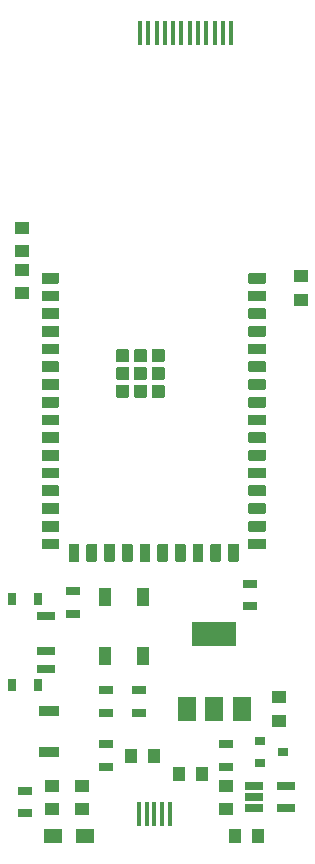
<source format=gbr>
%TF.GenerationSoftware,KiCad,Pcbnew,(5.1.6)-1*%
%TF.CreationDate,2020-08-18T23:06:57+02:00*%
%TF.ProjectId,ESP32-S2-WROOM,45535033-322d-4533-922d-57524f4f4d2e,1.2*%
%TF.SameCoordinates,Original*%
%TF.FileFunction,Paste,Top*%
%TF.FilePolarity,Positive*%
%FSLAX46Y46*%
G04 Gerber Fmt 4.6, Leading zero omitted, Abs format (unit mm)*
G04 Created by KiCad (PCBNEW (5.1.6)-1) date 2020-08-18 23:06:57*
%MOMM*%
%LPD*%
G01*
G04 APERTURE LIST*
%ADD10R,1.250000X1.000000*%
%ADD11R,0.400000X2.000000*%
%ADD12R,1.300000X0.700000*%
%ADD13R,1.700000X0.900000*%
%ADD14R,0.800000X1.000000*%
%ADD15R,1.500000X0.700000*%
%ADD16R,1.500000X2.000000*%
%ADD17R,3.800000X2.000000*%
%ADD18R,1.000000X1.250000*%
%ADD19R,1.000000X1.600000*%
%ADD20R,0.900000X0.800000*%
%ADD21R,1.500000X1.300000*%
%ADD22R,1.560000X0.650000*%
%ADD23R,0.350000X2.000000*%
G04 APERTURE END LIST*
D10*
%TO.C,C1*%
X102616000Y-121428000D03*
X102616000Y-123428000D03*
%TD*%
%TO.C,C2*%
X90424000Y-121428000D03*
X90424000Y-123428000D03*
%TD*%
%TO.C,C3*%
X85344000Y-76184000D03*
X85344000Y-74184000D03*
%TD*%
%TO.C,C4*%
X85344000Y-79740000D03*
X85344000Y-77740000D03*
%TD*%
%TO.C,C5*%
X87884000Y-121428000D03*
X87884000Y-123428000D03*
%TD*%
%TO.C,C6*%
X108902000Y-80311500D03*
X108902000Y-78311500D03*
%TD*%
D11*
%TO.C,J1*%
X95229680Y-123802140D03*
X95862140Y-123802140D03*
X96507300Y-123794520D03*
X97165160Y-123807220D03*
X97815400Y-123807220D03*
%TD*%
D12*
%TO.C,R1*%
X102616000Y-117922000D03*
X102616000Y-119822000D03*
%TD*%
%TO.C,R2*%
X92456000Y-117922000D03*
X92456000Y-119822000D03*
%TD*%
%TO.C,R3*%
X95250000Y-113350000D03*
X95250000Y-115250000D03*
%TD*%
%TO.C,R4*%
X92456000Y-113350000D03*
X92456000Y-115250000D03*
%TD*%
D13*
%TO.C,SW1*%
X87630000Y-115140000D03*
X87630000Y-118540000D03*
%TD*%
D14*
%TO.C,SW2*%
X86695500Y-105634000D03*
X86695500Y-112934000D03*
X84485500Y-112934000D03*
X84485500Y-105634000D03*
D15*
X87345500Y-111534000D03*
X87345500Y-110034000D03*
X87345500Y-107034000D03*
%TD*%
D16*
%TO.C,U1*%
X99300000Y-114910000D03*
X103900000Y-114910000D03*
X101600000Y-114910000D03*
D17*
X101600000Y-108610000D03*
%TD*%
%TO.C,U2*%
G36*
G01*
X86970000Y-78838900D02*
X86970000Y-78081100D01*
G75*
G02*
X87041100Y-78010000I71100J0D01*
G01*
X88398900Y-78010000D01*
G75*
G02*
X88470000Y-78081100I0J-71100D01*
G01*
X88470000Y-78838900D01*
G75*
G02*
X88398900Y-78910000I-71100J0D01*
G01*
X87041100Y-78910000D01*
G75*
G02*
X86970000Y-78838900I0J71100D01*
G01*
G37*
G36*
G01*
X86970000Y-80338900D02*
X86970000Y-79581100D01*
G75*
G02*
X87041100Y-79510000I71100J0D01*
G01*
X88398900Y-79510000D01*
G75*
G02*
X88470000Y-79581100I0J-71100D01*
G01*
X88470000Y-80338900D01*
G75*
G02*
X88398900Y-80410000I-71100J0D01*
G01*
X87041100Y-80410000D01*
G75*
G02*
X86970000Y-80338900I0J71100D01*
G01*
G37*
G36*
G01*
X86970000Y-81838900D02*
X86970000Y-81081100D01*
G75*
G02*
X87041100Y-81010000I71100J0D01*
G01*
X88398900Y-81010000D01*
G75*
G02*
X88470000Y-81081100I0J-71100D01*
G01*
X88470000Y-81838900D01*
G75*
G02*
X88398900Y-81910000I-71100J0D01*
G01*
X87041100Y-81910000D01*
G75*
G02*
X86970000Y-81838900I0J71100D01*
G01*
G37*
G36*
G01*
X86970000Y-83338900D02*
X86970000Y-82581100D01*
G75*
G02*
X87041100Y-82510000I71100J0D01*
G01*
X88398900Y-82510000D01*
G75*
G02*
X88470000Y-82581100I0J-71100D01*
G01*
X88470000Y-83338900D01*
G75*
G02*
X88398900Y-83410000I-71100J0D01*
G01*
X87041100Y-83410000D01*
G75*
G02*
X86970000Y-83338900I0J71100D01*
G01*
G37*
G36*
G01*
X86970000Y-84838900D02*
X86970000Y-84081100D01*
G75*
G02*
X87041100Y-84010000I71100J0D01*
G01*
X88398900Y-84010000D01*
G75*
G02*
X88470000Y-84081100I0J-71100D01*
G01*
X88470000Y-84838900D01*
G75*
G02*
X88398900Y-84910000I-71100J0D01*
G01*
X87041100Y-84910000D01*
G75*
G02*
X86970000Y-84838900I0J71100D01*
G01*
G37*
G36*
G01*
X86970000Y-86338900D02*
X86970000Y-85581100D01*
G75*
G02*
X87041100Y-85510000I71100J0D01*
G01*
X88398900Y-85510000D01*
G75*
G02*
X88470000Y-85581100I0J-71100D01*
G01*
X88470000Y-86338900D01*
G75*
G02*
X88398900Y-86410000I-71100J0D01*
G01*
X87041100Y-86410000D01*
G75*
G02*
X86970000Y-86338900I0J71100D01*
G01*
G37*
G36*
G01*
X86970000Y-87838900D02*
X86970000Y-87081100D01*
G75*
G02*
X87041100Y-87010000I71100J0D01*
G01*
X88398900Y-87010000D01*
G75*
G02*
X88470000Y-87081100I0J-71100D01*
G01*
X88470000Y-87838900D01*
G75*
G02*
X88398900Y-87910000I-71100J0D01*
G01*
X87041100Y-87910000D01*
G75*
G02*
X86970000Y-87838900I0J71100D01*
G01*
G37*
G36*
G01*
X86970000Y-89338900D02*
X86970000Y-88581100D01*
G75*
G02*
X87041100Y-88510000I71100J0D01*
G01*
X88398900Y-88510000D01*
G75*
G02*
X88470000Y-88581100I0J-71100D01*
G01*
X88470000Y-89338900D01*
G75*
G02*
X88398900Y-89410000I-71100J0D01*
G01*
X87041100Y-89410000D01*
G75*
G02*
X86970000Y-89338900I0J71100D01*
G01*
G37*
G36*
G01*
X86970000Y-90838900D02*
X86970000Y-90081100D01*
G75*
G02*
X87041100Y-90010000I71100J0D01*
G01*
X88398900Y-90010000D01*
G75*
G02*
X88470000Y-90081100I0J-71100D01*
G01*
X88470000Y-90838900D01*
G75*
G02*
X88398900Y-90910000I-71100J0D01*
G01*
X87041100Y-90910000D01*
G75*
G02*
X86970000Y-90838900I0J71100D01*
G01*
G37*
G36*
G01*
X86970000Y-92338900D02*
X86970000Y-91581100D01*
G75*
G02*
X87041100Y-91510000I71100J0D01*
G01*
X88398900Y-91510000D01*
G75*
G02*
X88470000Y-91581100I0J-71100D01*
G01*
X88470000Y-92338900D01*
G75*
G02*
X88398900Y-92410000I-71100J0D01*
G01*
X87041100Y-92410000D01*
G75*
G02*
X86970000Y-92338900I0J71100D01*
G01*
G37*
G36*
G01*
X86970000Y-93838900D02*
X86970000Y-93081100D01*
G75*
G02*
X87041100Y-93010000I71100J0D01*
G01*
X88398900Y-93010000D01*
G75*
G02*
X88470000Y-93081100I0J-71100D01*
G01*
X88470000Y-93838900D01*
G75*
G02*
X88398900Y-93910000I-71100J0D01*
G01*
X87041100Y-93910000D01*
G75*
G02*
X86970000Y-93838900I0J71100D01*
G01*
G37*
G36*
G01*
X86970000Y-95338900D02*
X86970000Y-94581100D01*
G75*
G02*
X87041100Y-94510000I71100J0D01*
G01*
X88398900Y-94510000D01*
G75*
G02*
X88470000Y-94581100I0J-71100D01*
G01*
X88470000Y-95338900D01*
G75*
G02*
X88398900Y-95410000I-71100J0D01*
G01*
X87041100Y-95410000D01*
G75*
G02*
X86970000Y-95338900I0J71100D01*
G01*
G37*
G36*
G01*
X86970000Y-96838900D02*
X86970000Y-96081100D01*
G75*
G02*
X87041100Y-96010000I71100J0D01*
G01*
X88398900Y-96010000D01*
G75*
G02*
X88470000Y-96081100I0J-71100D01*
G01*
X88470000Y-96838900D01*
G75*
G02*
X88398900Y-96910000I-71100J0D01*
G01*
X87041100Y-96910000D01*
G75*
G02*
X86970000Y-96838900I0J71100D01*
G01*
G37*
G36*
G01*
X86970000Y-98338900D02*
X86970000Y-97581100D01*
G75*
G02*
X87041100Y-97510000I71100J0D01*
G01*
X88398900Y-97510000D01*
G75*
G02*
X88470000Y-97581100I0J-71100D01*
G01*
X88470000Y-98338900D01*
G75*
G02*
X88398900Y-98410000I-71100J0D01*
G01*
X87041100Y-98410000D01*
G75*
G02*
X86970000Y-98338900I0J71100D01*
G01*
G37*
G36*
G01*
X86970000Y-99838900D02*
X86970000Y-99081100D01*
G75*
G02*
X87041100Y-99010000I71100J0D01*
G01*
X88398900Y-99010000D01*
G75*
G02*
X88470000Y-99081100I0J-71100D01*
G01*
X88470000Y-99838900D01*
G75*
G02*
X88398900Y-99910000I-71100J0D01*
G01*
X87041100Y-99910000D01*
G75*
G02*
X86970000Y-99838900I0J71100D01*
G01*
G37*
G36*
G01*
X86970000Y-101338900D02*
X86970000Y-100581100D01*
G75*
G02*
X87041100Y-100510000I71100J0D01*
G01*
X88398900Y-100510000D01*
G75*
G02*
X88470000Y-100581100I0J-71100D01*
G01*
X88470000Y-101338900D01*
G75*
G02*
X88398900Y-101410000I-71100J0D01*
G01*
X87041100Y-101410000D01*
G75*
G02*
X86970000Y-101338900I0J71100D01*
G01*
G37*
G36*
G01*
X90098900Y-102460000D02*
X89341100Y-102460000D01*
G75*
G02*
X89270000Y-102388900I0J71100D01*
G01*
X89270000Y-101031100D01*
G75*
G02*
X89341100Y-100960000I71100J0D01*
G01*
X90098900Y-100960000D01*
G75*
G02*
X90170000Y-101031100I0J-71100D01*
G01*
X90170000Y-102388900D01*
G75*
G02*
X90098900Y-102460000I-71100J0D01*
G01*
G37*
G36*
G01*
X91598900Y-102460000D02*
X90841100Y-102460000D01*
G75*
G02*
X90770000Y-102388900I0J71100D01*
G01*
X90770000Y-101031100D01*
G75*
G02*
X90841100Y-100960000I71100J0D01*
G01*
X91598900Y-100960000D01*
G75*
G02*
X91670000Y-101031100I0J-71100D01*
G01*
X91670000Y-102388900D01*
G75*
G02*
X91598900Y-102460000I-71100J0D01*
G01*
G37*
G36*
G01*
X93098900Y-102460000D02*
X92341100Y-102460000D01*
G75*
G02*
X92270000Y-102388900I0J71100D01*
G01*
X92270000Y-101031100D01*
G75*
G02*
X92341100Y-100960000I71100J0D01*
G01*
X93098900Y-100960000D01*
G75*
G02*
X93170000Y-101031100I0J-71100D01*
G01*
X93170000Y-102388900D01*
G75*
G02*
X93098900Y-102460000I-71100J0D01*
G01*
G37*
G36*
G01*
X94598900Y-102460000D02*
X93841100Y-102460000D01*
G75*
G02*
X93770000Y-102388900I0J71100D01*
G01*
X93770000Y-101031100D01*
G75*
G02*
X93841100Y-100960000I71100J0D01*
G01*
X94598900Y-100960000D01*
G75*
G02*
X94670000Y-101031100I0J-71100D01*
G01*
X94670000Y-102388900D01*
G75*
G02*
X94598900Y-102460000I-71100J0D01*
G01*
G37*
G36*
G01*
X96098900Y-102460000D02*
X95341100Y-102460000D01*
G75*
G02*
X95270000Y-102388900I0J71100D01*
G01*
X95270000Y-101031100D01*
G75*
G02*
X95341100Y-100960000I71100J0D01*
G01*
X96098900Y-100960000D01*
G75*
G02*
X96170000Y-101031100I0J-71100D01*
G01*
X96170000Y-102388900D01*
G75*
G02*
X96098900Y-102460000I-71100J0D01*
G01*
G37*
G36*
G01*
X97598900Y-102460000D02*
X96841100Y-102460000D01*
G75*
G02*
X96770000Y-102388900I0J71100D01*
G01*
X96770000Y-101031100D01*
G75*
G02*
X96841100Y-100960000I71100J0D01*
G01*
X97598900Y-100960000D01*
G75*
G02*
X97670000Y-101031100I0J-71100D01*
G01*
X97670000Y-102388900D01*
G75*
G02*
X97598900Y-102460000I-71100J0D01*
G01*
G37*
G36*
G01*
X99098900Y-102460000D02*
X98341100Y-102460000D01*
G75*
G02*
X98270000Y-102388900I0J71100D01*
G01*
X98270000Y-101031100D01*
G75*
G02*
X98341100Y-100960000I71100J0D01*
G01*
X99098900Y-100960000D01*
G75*
G02*
X99170000Y-101031100I0J-71100D01*
G01*
X99170000Y-102388900D01*
G75*
G02*
X99098900Y-102460000I-71100J0D01*
G01*
G37*
G36*
G01*
X100598900Y-102460000D02*
X99841100Y-102460000D01*
G75*
G02*
X99770000Y-102388900I0J71100D01*
G01*
X99770000Y-101031100D01*
G75*
G02*
X99841100Y-100960000I71100J0D01*
G01*
X100598900Y-100960000D01*
G75*
G02*
X100670000Y-101031100I0J-71100D01*
G01*
X100670000Y-102388900D01*
G75*
G02*
X100598900Y-102460000I-71100J0D01*
G01*
G37*
G36*
G01*
X102098900Y-102460000D02*
X101341100Y-102460000D01*
G75*
G02*
X101270000Y-102388900I0J71100D01*
G01*
X101270000Y-101031100D01*
G75*
G02*
X101341100Y-100960000I71100J0D01*
G01*
X102098900Y-100960000D01*
G75*
G02*
X102170000Y-101031100I0J-71100D01*
G01*
X102170000Y-102388900D01*
G75*
G02*
X102098900Y-102460000I-71100J0D01*
G01*
G37*
G36*
G01*
X103598900Y-102460000D02*
X102841100Y-102460000D01*
G75*
G02*
X102770000Y-102388900I0J71100D01*
G01*
X102770000Y-101031100D01*
G75*
G02*
X102841100Y-100960000I71100J0D01*
G01*
X103598900Y-100960000D01*
G75*
G02*
X103670000Y-101031100I0J-71100D01*
G01*
X103670000Y-102388900D01*
G75*
G02*
X103598900Y-102460000I-71100J0D01*
G01*
G37*
G36*
G01*
X105970000Y-100581100D02*
X105970000Y-101338900D01*
G75*
G02*
X105898900Y-101410000I-71100J0D01*
G01*
X104541100Y-101410000D01*
G75*
G02*
X104470000Y-101338900I0J71100D01*
G01*
X104470000Y-100581100D01*
G75*
G02*
X104541100Y-100510000I71100J0D01*
G01*
X105898900Y-100510000D01*
G75*
G02*
X105970000Y-100581100I0J-71100D01*
G01*
G37*
G36*
G01*
X105970000Y-99081100D02*
X105970000Y-99838900D01*
G75*
G02*
X105898900Y-99910000I-71100J0D01*
G01*
X104541100Y-99910000D01*
G75*
G02*
X104470000Y-99838900I0J71100D01*
G01*
X104470000Y-99081100D01*
G75*
G02*
X104541100Y-99010000I71100J0D01*
G01*
X105898900Y-99010000D01*
G75*
G02*
X105970000Y-99081100I0J-71100D01*
G01*
G37*
G36*
G01*
X105970000Y-97581100D02*
X105970000Y-98338900D01*
G75*
G02*
X105898900Y-98410000I-71100J0D01*
G01*
X104541100Y-98410000D01*
G75*
G02*
X104470000Y-98338900I0J71100D01*
G01*
X104470000Y-97581100D01*
G75*
G02*
X104541100Y-97510000I71100J0D01*
G01*
X105898900Y-97510000D01*
G75*
G02*
X105970000Y-97581100I0J-71100D01*
G01*
G37*
G36*
G01*
X105970000Y-96081100D02*
X105970000Y-96838900D01*
G75*
G02*
X105898900Y-96910000I-71100J0D01*
G01*
X104541100Y-96910000D01*
G75*
G02*
X104470000Y-96838900I0J71100D01*
G01*
X104470000Y-96081100D01*
G75*
G02*
X104541100Y-96010000I71100J0D01*
G01*
X105898900Y-96010000D01*
G75*
G02*
X105970000Y-96081100I0J-71100D01*
G01*
G37*
G36*
G01*
X105970000Y-94581100D02*
X105970000Y-95338900D01*
G75*
G02*
X105898900Y-95410000I-71100J0D01*
G01*
X104541100Y-95410000D01*
G75*
G02*
X104470000Y-95338900I0J71100D01*
G01*
X104470000Y-94581100D01*
G75*
G02*
X104541100Y-94510000I71100J0D01*
G01*
X105898900Y-94510000D01*
G75*
G02*
X105970000Y-94581100I0J-71100D01*
G01*
G37*
G36*
G01*
X105970000Y-93081100D02*
X105970000Y-93838900D01*
G75*
G02*
X105898900Y-93910000I-71100J0D01*
G01*
X104541100Y-93910000D01*
G75*
G02*
X104470000Y-93838900I0J71100D01*
G01*
X104470000Y-93081100D01*
G75*
G02*
X104541100Y-93010000I71100J0D01*
G01*
X105898900Y-93010000D01*
G75*
G02*
X105970000Y-93081100I0J-71100D01*
G01*
G37*
G36*
G01*
X105970000Y-91581100D02*
X105970000Y-92338900D01*
G75*
G02*
X105898900Y-92410000I-71100J0D01*
G01*
X104541100Y-92410000D01*
G75*
G02*
X104470000Y-92338900I0J71100D01*
G01*
X104470000Y-91581100D01*
G75*
G02*
X104541100Y-91510000I71100J0D01*
G01*
X105898900Y-91510000D01*
G75*
G02*
X105970000Y-91581100I0J-71100D01*
G01*
G37*
G36*
G01*
X105970000Y-90081100D02*
X105970000Y-90838900D01*
G75*
G02*
X105898900Y-90910000I-71100J0D01*
G01*
X104541100Y-90910000D01*
G75*
G02*
X104470000Y-90838900I0J71100D01*
G01*
X104470000Y-90081100D01*
G75*
G02*
X104541100Y-90010000I71100J0D01*
G01*
X105898900Y-90010000D01*
G75*
G02*
X105970000Y-90081100I0J-71100D01*
G01*
G37*
G36*
G01*
X105970000Y-88581100D02*
X105970000Y-89338900D01*
G75*
G02*
X105898900Y-89410000I-71100J0D01*
G01*
X104541100Y-89410000D01*
G75*
G02*
X104470000Y-89338900I0J71100D01*
G01*
X104470000Y-88581100D01*
G75*
G02*
X104541100Y-88510000I71100J0D01*
G01*
X105898900Y-88510000D01*
G75*
G02*
X105970000Y-88581100I0J-71100D01*
G01*
G37*
G36*
G01*
X105970000Y-87081100D02*
X105970000Y-87838900D01*
G75*
G02*
X105898900Y-87910000I-71100J0D01*
G01*
X104541100Y-87910000D01*
G75*
G02*
X104470000Y-87838900I0J71100D01*
G01*
X104470000Y-87081100D01*
G75*
G02*
X104541100Y-87010000I71100J0D01*
G01*
X105898900Y-87010000D01*
G75*
G02*
X105970000Y-87081100I0J-71100D01*
G01*
G37*
G36*
G01*
X105970000Y-85581100D02*
X105970000Y-86338900D01*
G75*
G02*
X105898900Y-86410000I-71100J0D01*
G01*
X104541100Y-86410000D01*
G75*
G02*
X104470000Y-86338900I0J71100D01*
G01*
X104470000Y-85581100D01*
G75*
G02*
X104541100Y-85510000I71100J0D01*
G01*
X105898900Y-85510000D01*
G75*
G02*
X105970000Y-85581100I0J-71100D01*
G01*
G37*
G36*
G01*
X105970000Y-84081100D02*
X105970000Y-84838900D01*
G75*
G02*
X105898900Y-84910000I-71100J0D01*
G01*
X104541100Y-84910000D01*
G75*
G02*
X104470000Y-84838900I0J71100D01*
G01*
X104470000Y-84081100D01*
G75*
G02*
X104541100Y-84010000I71100J0D01*
G01*
X105898900Y-84010000D01*
G75*
G02*
X105970000Y-84081100I0J-71100D01*
G01*
G37*
G36*
G01*
X105970000Y-82581100D02*
X105970000Y-83338900D01*
G75*
G02*
X105898900Y-83410000I-71100J0D01*
G01*
X104541100Y-83410000D01*
G75*
G02*
X104470000Y-83338900I0J71100D01*
G01*
X104470000Y-82581100D01*
G75*
G02*
X104541100Y-82510000I71100J0D01*
G01*
X105898900Y-82510000D01*
G75*
G02*
X105970000Y-82581100I0J-71100D01*
G01*
G37*
G36*
G01*
X105970000Y-81081100D02*
X105970000Y-81838900D01*
G75*
G02*
X105898900Y-81910000I-71100J0D01*
G01*
X104541100Y-81910000D01*
G75*
G02*
X104470000Y-81838900I0J71100D01*
G01*
X104470000Y-81081100D01*
G75*
G02*
X104541100Y-81010000I71100J0D01*
G01*
X105898900Y-81010000D01*
G75*
G02*
X105970000Y-81081100I0J-71100D01*
G01*
G37*
G36*
G01*
X105970000Y-79581100D02*
X105970000Y-80338900D01*
G75*
G02*
X105898900Y-80410000I-71100J0D01*
G01*
X104541100Y-80410000D01*
G75*
G02*
X104470000Y-80338900I0J71100D01*
G01*
X104470000Y-79581100D01*
G75*
G02*
X104541100Y-79510000I71100J0D01*
G01*
X105898900Y-79510000D01*
G75*
G02*
X105970000Y-79581100I0J-71100D01*
G01*
G37*
G36*
G01*
X105970000Y-78081100D02*
X105970000Y-78838900D01*
G75*
G02*
X105898900Y-78910000I-71100J0D01*
G01*
X104541100Y-78910000D01*
G75*
G02*
X104470000Y-78838900I0J71100D01*
G01*
X104470000Y-78081100D01*
G75*
G02*
X104541100Y-78010000I71100J0D01*
G01*
X105898900Y-78010000D01*
G75*
G02*
X105970000Y-78081100I0J-71100D01*
G01*
G37*
G36*
G01*
X94380000Y-84571900D02*
X94380000Y-85498100D01*
G75*
G02*
X94293100Y-85585000I-86900J0D01*
G01*
X93366900Y-85585000D01*
G75*
G02*
X93280000Y-85498100I0J86900D01*
G01*
X93280000Y-84571900D01*
G75*
G02*
X93366900Y-84485000I86900J0D01*
G01*
X94293100Y-84485000D01*
G75*
G02*
X94380000Y-84571900I0J-86900D01*
G01*
G37*
G36*
G01*
X95880000Y-84571900D02*
X95880000Y-85498100D01*
G75*
G02*
X95793100Y-85585000I-86900J0D01*
G01*
X94866900Y-85585000D01*
G75*
G02*
X94780000Y-85498100I0J86900D01*
G01*
X94780000Y-84571900D01*
G75*
G02*
X94866900Y-84485000I86900J0D01*
G01*
X95793100Y-84485000D01*
G75*
G02*
X95880000Y-84571900I0J-86900D01*
G01*
G37*
G36*
G01*
X97380000Y-84571900D02*
X97380000Y-85498100D01*
G75*
G02*
X97293100Y-85585000I-86900J0D01*
G01*
X96366900Y-85585000D01*
G75*
G02*
X96280000Y-85498100I0J86900D01*
G01*
X96280000Y-84571900D01*
G75*
G02*
X96366900Y-84485000I86900J0D01*
G01*
X97293100Y-84485000D01*
G75*
G02*
X97380000Y-84571900I0J-86900D01*
G01*
G37*
G36*
G01*
X94380000Y-86071900D02*
X94380000Y-86998100D01*
G75*
G02*
X94293100Y-87085000I-86900J0D01*
G01*
X93366900Y-87085000D01*
G75*
G02*
X93280000Y-86998100I0J86900D01*
G01*
X93280000Y-86071900D01*
G75*
G02*
X93366900Y-85985000I86900J0D01*
G01*
X94293100Y-85985000D01*
G75*
G02*
X94380000Y-86071900I0J-86900D01*
G01*
G37*
G36*
G01*
X95880000Y-86071900D02*
X95880000Y-86998100D01*
G75*
G02*
X95793100Y-87085000I-86900J0D01*
G01*
X94866900Y-87085000D01*
G75*
G02*
X94780000Y-86998100I0J86900D01*
G01*
X94780000Y-86071900D01*
G75*
G02*
X94866900Y-85985000I86900J0D01*
G01*
X95793100Y-85985000D01*
G75*
G02*
X95880000Y-86071900I0J-86900D01*
G01*
G37*
G36*
G01*
X97380000Y-86071900D02*
X97380000Y-86998100D01*
G75*
G02*
X97293100Y-87085000I-86900J0D01*
G01*
X96366900Y-87085000D01*
G75*
G02*
X96280000Y-86998100I0J86900D01*
G01*
X96280000Y-86071900D01*
G75*
G02*
X96366900Y-85985000I86900J0D01*
G01*
X97293100Y-85985000D01*
G75*
G02*
X97380000Y-86071900I0J-86900D01*
G01*
G37*
G36*
G01*
X94380000Y-87571900D02*
X94380000Y-88498100D01*
G75*
G02*
X94293100Y-88585000I-86900J0D01*
G01*
X93366900Y-88585000D01*
G75*
G02*
X93280000Y-88498100I0J86900D01*
G01*
X93280000Y-87571900D01*
G75*
G02*
X93366900Y-87485000I86900J0D01*
G01*
X94293100Y-87485000D01*
G75*
G02*
X94380000Y-87571900I0J-86900D01*
G01*
G37*
G36*
G01*
X95880000Y-87571900D02*
X95880000Y-88498100D01*
G75*
G02*
X95793100Y-88585000I-86900J0D01*
G01*
X94866900Y-88585000D01*
G75*
G02*
X94780000Y-88498100I0J86900D01*
G01*
X94780000Y-87571900D01*
G75*
G02*
X94866900Y-87485000I86900J0D01*
G01*
X95793100Y-87485000D01*
G75*
G02*
X95880000Y-87571900I0J-86900D01*
G01*
G37*
G36*
G01*
X97380000Y-87571900D02*
X97380000Y-88498100D01*
G75*
G02*
X97293100Y-88585000I-86900J0D01*
G01*
X96366900Y-88585000D01*
G75*
G02*
X96280000Y-88498100I0J86900D01*
G01*
X96280000Y-87571900D01*
G75*
G02*
X96366900Y-87485000I86900J0D01*
G01*
X97293100Y-87485000D01*
G75*
G02*
X97380000Y-87571900I0J-86900D01*
G01*
G37*
%TD*%
D18*
%TO.C,C7*%
X100568000Y-120396000D03*
X98568000Y-120396000D03*
%TD*%
%TO.C,C8*%
X96504000Y-118872000D03*
X94504000Y-118872000D03*
%TD*%
D19*
%TO.C,D1*%
X92380000Y-110450000D03*
X95580000Y-110450000D03*
X92380000Y-105450000D03*
X95580000Y-105450000D03*
%TD*%
D12*
%TO.C,R5*%
X89662000Y-104968000D03*
X89662000Y-106868000D03*
%TD*%
D18*
%TO.C,C9*%
X103330000Y-125666000D03*
X105330000Y-125666000D03*
%TD*%
D20*
%TO.C,D2*%
X107426000Y-118554000D03*
X105426000Y-119504000D03*
X105426000Y-117604000D03*
%TD*%
D21*
%TO.C,D3*%
X87931000Y-125666000D03*
X90631000Y-125666000D03*
%TD*%
D12*
%TO.C,R6*%
X104584000Y-106233000D03*
X104584000Y-104333000D03*
%TD*%
%TO.C,R7*%
X85534500Y-123759000D03*
X85534500Y-121859000D03*
%TD*%
D22*
%TO.C,U3*%
X107649000Y-121414000D03*
X107649000Y-123314000D03*
X104949000Y-123314000D03*
X104949000Y-122364000D03*
X104949000Y-121414000D03*
%TD*%
D10*
%TO.C,C10*%
X107061000Y-113935000D03*
X107061000Y-115935000D03*
%TD*%
D23*
%TO.C,U4*%
X95312000Y-57658000D03*
X96012000Y-57658000D03*
X96712000Y-57658000D03*
X97412000Y-57658000D03*
X98112000Y-57658000D03*
X98812000Y-57658000D03*
X99512000Y-57658000D03*
X100212000Y-57658000D03*
X100912000Y-57658000D03*
X101612000Y-57658000D03*
X102312000Y-57658000D03*
X103012000Y-57658000D03*
%TD*%
M02*

</source>
